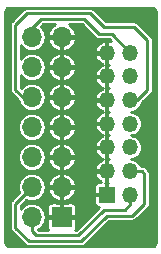
<source format=gbr>
G04 #@! TF.GenerationSoftware,KiCad,Pcbnew,(5.1.2)-2*
G04 #@! TF.CreationDate,2019-09-11T21:46:37-05:00*
G04 #@! TF.ProjectId,zturn_breakout,7a747572-6e5f-4627-9265-616b6f75742e,rev?*
G04 #@! TF.SameCoordinates,Original*
G04 #@! TF.FileFunction,Copper,L1,Top*
G04 #@! TF.FilePolarity,Positive*
%FSLAX46Y46*%
G04 Gerber Fmt 4.6, Leading zero omitted, Abs format (unit mm)*
G04 Created by KiCad (PCBNEW (5.1.2)-2) date 2019-09-11 21:46:37*
%MOMM*%
%LPD*%
G04 APERTURE LIST*
%ADD10O,1.350000X1.350000*%
%ADD11R,1.350000X1.350000*%
%ADD12O,1.700000X1.700000*%
%ADD13R,1.700000X1.700000*%
%ADD14C,0.250000*%
%ADD15C,0.254000*%
G04 APERTURE END LIST*
D10*
X154146000Y-93029000D03*
X152146000Y-93029000D03*
X154146000Y-95029000D03*
X152146000Y-95029000D03*
X154146000Y-97029000D03*
X152146000Y-97029000D03*
X154146000Y-99029000D03*
X152146000Y-99029000D03*
X154146000Y-101029000D03*
X152146000Y-101029000D03*
X154146000Y-103029000D03*
X152146000Y-103029000D03*
X154146000Y-105029000D03*
D11*
X152146000Y-105029000D03*
D12*
X145796000Y-91694000D03*
X148336000Y-91694000D03*
X145796000Y-94234000D03*
X148336000Y-94234000D03*
X145796000Y-96774000D03*
X148336000Y-96774000D03*
X145796000Y-99314000D03*
X148336000Y-99314000D03*
X145796000Y-101854000D03*
X148336000Y-101854000D03*
X145796000Y-104394000D03*
X148336000Y-104394000D03*
X145796000Y-106934000D03*
D13*
X148336000Y-106934000D03*
D14*
X145796000Y-91694000D02*
X145796000Y-90932000D01*
X145796000Y-90932000D02*
X146558000Y-90170000D01*
X146558000Y-90170000D02*
X150241000Y-90170000D01*
X150241000Y-90170000D02*
X151511000Y-91440000D01*
X152557000Y-91440000D02*
X154146000Y-93029000D01*
X151511000Y-91440000D02*
X152557000Y-91440000D01*
X154685000Y-97029000D02*
X154146000Y-97029000D01*
X155575000Y-96139000D02*
X154685000Y-97029000D01*
X155575000Y-91948000D02*
X155575000Y-96139000D01*
X154432000Y-90805000D02*
X155575000Y-91948000D01*
X151892000Y-90805000D02*
X154432000Y-90805000D01*
X145034000Y-96774000D02*
X144399000Y-96139000D01*
X144399000Y-96139000D02*
X144399000Y-90678000D01*
X144399000Y-90678000D02*
X145415000Y-89662000D01*
X145796000Y-96774000D02*
X145034000Y-96774000D01*
X145415000Y-89662000D02*
X150749000Y-89662000D01*
X150749000Y-89662000D02*
X151892000Y-90805000D01*
X154146000Y-101029000D02*
X154496000Y-101029000D01*
X144399000Y-107823000D02*
X144399000Y-105791000D01*
X145542000Y-108966000D02*
X144399000Y-107823000D01*
X154146000Y-103029000D02*
X155099000Y-103029000D01*
X155321000Y-103251000D02*
X155321000Y-105791000D01*
X149987000Y-108966000D02*
X145542000Y-108966000D01*
X155321000Y-105791000D02*
X154305000Y-106807000D01*
X155099000Y-103029000D02*
X155321000Y-103251000D01*
X154305000Y-106807000D02*
X152146000Y-106807000D01*
X144399000Y-105791000D02*
X145796000Y-104394000D01*
X152146000Y-106807000D02*
X149987000Y-108966000D01*
X154146000Y-105823000D02*
X154146000Y-105029000D01*
X145796000Y-106934000D02*
X145796000Y-108077000D01*
X146177000Y-108458000D02*
X149733000Y-108458000D01*
X149733000Y-108458000D02*
X151892000Y-106299000D01*
X151892000Y-106299000D02*
X153670000Y-106299000D01*
X145796000Y-108077000D02*
X146177000Y-108458000D01*
X153670000Y-106299000D02*
X154146000Y-105823000D01*
D15*
G36*
X156019928Y-89212127D02*
G01*
X156081425Y-89230694D01*
X156138146Y-89260854D01*
X156187923Y-89301451D01*
X156228870Y-89350947D01*
X156259422Y-89407452D01*
X156278418Y-89468820D01*
X156286600Y-89546661D01*
X156286601Y-109078106D01*
X156278873Y-109156930D01*
X156260305Y-109218427D01*
X156230148Y-109275144D01*
X156189550Y-109324922D01*
X156140053Y-109365869D01*
X156083548Y-109396422D01*
X156022180Y-109415418D01*
X155944339Y-109423600D01*
X143905884Y-109423600D01*
X143827070Y-109415873D01*
X143765573Y-109397305D01*
X143708856Y-109367148D01*
X143659078Y-109326550D01*
X143618131Y-109277053D01*
X143587578Y-109220548D01*
X143568582Y-109159180D01*
X143560400Y-109081339D01*
X143560400Y-101854000D01*
X144613306Y-101854000D01*
X144636031Y-102084732D01*
X144703333Y-102306597D01*
X144812626Y-102511070D01*
X144959709Y-102690291D01*
X145138930Y-102837374D01*
X145343403Y-102946667D01*
X145565268Y-103013969D01*
X145738188Y-103031000D01*
X145853812Y-103031000D01*
X146026732Y-103013969D01*
X146248597Y-102946667D01*
X146453070Y-102837374D01*
X146632291Y-102690291D01*
X146779374Y-102511070D01*
X146888667Y-102306597D01*
X146948597Y-102109033D01*
X147131708Y-102109033D01*
X147192976Y-102311018D01*
X147304099Y-102525229D01*
X147454877Y-102713645D01*
X147639516Y-102869026D01*
X147850921Y-102985400D01*
X148080967Y-103058295D01*
X148272500Y-102988114D01*
X148272500Y-101917500D01*
X148399500Y-101917500D01*
X148399500Y-102988114D01*
X148591033Y-103058295D01*
X148821079Y-102985400D01*
X149032484Y-102869026D01*
X149217123Y-102713645D01*
X149367901Y-102525229D01*
X149479024Y-102311018D01*
X149540292Y-102109033D01*
X149469973Y-101917500D01*
X148399500Y-101917500D01*
X148272500Y-101917500D01*
X147202027Y-101917500D01*
X147131708Y-102109033D01*
X146948597Y-102109033D01*
X146955969Y-102084732D01*
X146978694Y-101854000D01*
X146955969Y-101623268D01*
X146948598Y-101598967D01*
X147131708Y-101598967D01*
X147202027Y-101790500D01*
X148272500Y-101790500D01*
X148272500Y-100719886D01*
X148399500Y-100719886D01*
X148399500Y-101790500D01*
X149469973Y-101790500D01*
X149540292Y-101598967D01*
X149479024Y-101396982D01*
X149406208Y-101256614D01*
X151114822Y-101256614D01*
X151162147Y-101412638D01*
X151255896Y-101597207D01*
X151383851Y-101759940D01*
X151541095Y-101894583D01*
X151721585Y-101995962D01*
X151822830Y-102029000D01*
X151721585Y-102062038D01*
X151541095Y-102163417D01*
X151383851Y-102298060D01*
X151255896Y-102460793D01*
X151162147Y-102645362D01*
X151114822Y-102801386D01*
X151187351Y-102965500D01*
X152082500Y-102965500D01*
X152082500Y-102070158D01*
X151989125Y-102029000D01*
X152082500Y-101987842D01*
X152082500Y-101092500D01*
X151187351Y-101092500D01*
X151114822Y-101256614D01*
X149406208Y-101256614D01*
X149367901Y-101182771D01*
X149217123Y-100994355D01*
X149032484Y-100838974D01*
X148821079Y-100722600D01*
X148591033Y-100649705D01*
X148399500Y-100719886D01*
X148272500Y-100719886D01*
X148080967Y-100649705D01*
X147850921Y-100722600D01*
X147639516Y-100838974D01*
X147454877Y-100994355D01*
X147304099Y-101182771D01*
X147192976Y-101396982D01*
X147131708Y-101598967D01*
X146948598Y-101598967D01*
X146888667Y-101401403D01*
X146779374Y-101196930D01*
X146632291Y-101017709D01*
X146453070Y-100870626D01*
X146248597Y-100761333D01*
X146026732Y-100694031D01*
X145853812Y-100677000D01*
X145738188Y-100677000D01*
X145565268Y-100694031D01*
X145343403Y-100761333D01*
X145138930Y-100870626D01*
X144959709Y-101017709D01*
X144812626Y-101196930D01*
X144703333Y-101401403D01*
X144636031Y-101623268D01*
X144613306Y-101854000D01*
X143560400Y-101854000D01*
X143560400Y-99314000D01*
X144613306Y-99314000D01*
X144636031Y-99544732D01*
X144703333Y-99766597D01*
X144812626Y-99971070D01*
X144959709Y-100150291D01*
X145138930Y-100297374D01*
X145343403Y-100406667D01*
X145565268Y-100473969D01*
X145738188Y-100491000D01*
X145853812Y-100491000D01*
X146026732Y-100473969D01*
X146248597Y-100406667D01*
X146453070Y-100297374D01*
X146632291Y-100150291D01*
X146779374Y-99971070D01*
X146888667Y-99766597D01*
X146948597Y-99569033D01*
X147131708Y-99569033D01*
X147192976Y-99771018D01*
X147304099Y-99985229D01*
X147454877Y-100173645D01*
X147639516Y-100329026D01*
X147850921Y-100445400D01*
X148080967Y-100518295D01*
X148272500Y-100448114D01*
X148272500Y-99377500D01*
X148399500Y-99377500D01*
X148399500Y-100448114D01*
X148591033Y-100518295D01*
X148821079Y-100445400D01*
X149032484Y-100329026D01*
X149217123Y-100173645D01*
X149367901Y-99985229D01*
X149479024Y-99771018D01*
X149540292Y-99569033D01*
X149469973Y-99377500D01*
X148399500Y-99377500D01*
X148272500Y-99377500D01*
X147202027Y-99377500D01*
X147131708Y-99569033D01*
X146948597Y-99569033D01*
X146955969Y-99544732D01*
X146978694Y-99314000D01*
X146973043Y-99256614D01*
X151114822Y-99256614D01*
X151162147Y-99412638D01*
X151255896Y-99597207D01*
X151383851Y-99759940D01*
X151541095Y-99894583D01*
X151721585Y-99995962D01*
X151822830Y-100029000D01*
X151721585Y-100062038D01*
X151541095Y-100163417D01*
X151383851Y-100298060D01*
X151255896Y-100460793D01*
X151162147Y-100645362D01*
X151114822Y-100801386D01*
X151187351Y-100965500D01*
X152082500Y-100965500D01*
X152082500Y-100070158D01*
X151989125Y-100029000D01*
X152082500Y-99987842D01*
X152082500Y-99092500D01*
X151187351Y-99092500D01*
X151114822Y-99256614D01*
X146973043Y-99256614D01*
X146955969Y-99083268D01*
X146948598Y-99058967D01*
X147131708Y-99058967D01*
X147202027Y-99250500D01*
X148272500Y-99250500D01*
X148272500Y-98179886D01*
X148399500Y-98179886D01*
X148399500Y-99250500D01*
X149469973Y-99250500D01*
X149540292Y-99058967D01*
X149479024Y-98856982D01*
X149367901Y-98642771D01*
X149217123Y-98454355D01*
X149032484Y-98298974D01*
X148821079Y-98182600D01*
X148591033Y-98109705D01*
X148399500Y-98179886D01*
X148272500Y-98179886D01*
X148080967Y-98109705D01*
X147850921Y-98182600D01*
X147639516Y-98298974D01*
X147454877Y-98454355D01*
X147304099Y-98642771D01*
X147192976Y-98856982D01*
X147131708Y-99058967D01*
X146948598Y-99058967D01*
X146888667Y-98861403D01*
X146779374Y-98656930D01*
X146632291Y-98477709D01*
X146453070Y-98330626D01*
X146248597Y-98221333D01*
X146026732Y-98154031D01*
X145853812Y-98137000D01*
X145738188Y-98137000D01*
X145565268Y-98154031D01*
X145343403Y-98221333D01*
X145138930Y-98330626D01*
X144959709Y-98477709D01*
X144812626Y-98656930D01*
X144703333Y-98861403D01*
X144636031Y-99083268D01*
X144613306Y-99314000D01*
X143560400Y-99314000D01*
X143560400Y-90678000D01*
X143944813Y-90678000D01*
X143947001Y-90700215D01*
X143947000Y-96116795D01*
X143944813Y-96139000D01*
X143953540Y-96227607D01*
X143974912Y-96298060D01*
X143979386Y-96312809D01*
X144021357Y-96391332D01*
X144077841Y-96460159D01*
X144095100Y-96474323D01*
X144640613Y-97019837D01*
X144703333Y-97226597D01*
X144812626Y-97431070D01*
X144959709Y-97610291D01*
X145138930Y-97757374D01*
X145343403Y-97866667D01*
X145565268Y-97933969D01*
X145738188Y-97951000D01*
X145853812Y-97951000D01*
X146026732Y-97933969D01*
X146248597Y-97866667D01*
X146453070Y-97757374D01*
X146632291Y-97610291D01*
X146779374Y-97431070D01*
X146888667Y-97226597D01*
X146948597Y-97029033D01*
X147131708Y-97029033D01*
X147192976Y-97231018D01*
X147304099Y-97445229D01*
X147454877Y-97633645D01*
X147639516Y-97789026D01*
X147850921Y-97905400D01*
X148080967Y-97978295D01*
X148272500Y-97908114D01*
X148272500Y-96837500D01*
X148399500Y-96837500D01*
X148399500Y-97908114D01*
X148591033Y-97978295D01*
X148821079Y-97905400D01*
X149032484Y-97789026D01*
X149217123Y-97633645D01*
X149367901Y-97445229D01*
X149465745Y-97256614D01*
X151114822Y-97256614D01*
X151162147Y-97412638D01*
X151255896Y-97597207D01*
X151383851Y-97759940D01*
X151541095Y-97894583D01*
X151721585Y-97995962D01*
X151822830Y-98029000D01*
X151721585Y-98062038D01*
X151541095Y-98163417D01*
X151383851Y-98298060D01*
X151255896Y-98460793D01*
X151162147Y-98645362D01*
X151114822Y-98801386D01*
X151187351Y-98965500D01*
X152082500Y-98965500D01*
X152082500Y-98070158D01*
X151989125Y-98029000D01*
X152082500Y-97987842D01*
X152082500Y-97092500D01*
X151187351Y-97092500D01*
X151114822Y-97256614D01*
X149465745Y-97256614D01*
X149479024Y-97231018D01*
X149540292Y-97029033D01*
X149469973Y-96837500D01*
X148399500Y-96837500D01*
X148272500Y-96837500D01*
X147202027Y-96837500D01*
X147131708Y-97029033D01*
X146948597Y-97029033D01*
X146955969Y-97004732D01*
X146978694Y-96774000D01*
X146955969Y-96543268D01*
X146948598Y-96518967D01*
X147131708Y-96518967D01*
X147202027Y-96710500D01*
X148272500Y-96710500D01*
X148272500Y-95639886D01*
X148399500Y-95639886D01*
X148399500Y-96710500D01*
X149469973Y-96710500D01*
X149540292Y-96518967D01*
X149479024Y-96316982D01*
X149367901Y-96102771D01*
X149217123Y-95914355D01*
X149032484Y-95758974D01*
X148821079Y-95642600D01*
X148591033Y-95569705D01*
X148399500Y-95639886D01*
X148272500Y-95639886D01*
X148080967Y-95569705D01*
X147850921Y-95642600D01*
X147639516Y-95758974D01*
X147454877Y-95914355D01*
X147304099Y-96102771D01*
X147192976Y-96316982D01*
X147131708Y-96518967D01*
X146948598Y-96518967D01*
X146888667Y-96321403D01*
X146779374Y-96116930D01*
X146632291Y-95937709D01*
X146453070Y-95790626D01*
X146248597Y-95681333D01*
X146026732Y-95614031D01*
X145853812Y-95597000D01*
X145738188Y-95597000D01*
X145565268Y-95614031D01*
X145343403Y-95681333D01*
X145138930Y-95790626D01*
X144959709Y-95937709D01*
X144904367Y-96005144D01*
X144851000Y-95951777D01*
X144851000Y-94937829D01*
X144959709Y-95070291D01*
X145138930Y-95217374D01*
X145343403Y-95326667D01*
X145565268Y-95393969D01*
X145738188Y-95411000D01*
X145853812Y-95411000D01*
X146026732Y-95393969D01*
X146248597Y-95326667D01*
X146453070Y-95217374D01*
X146632291Y-95070291D01*
X146779374Y-94891070D01*
X146888667Y-94686597D01*
X146948597Y-94489033D01*
X147131708Y-94489033D01*
X147192976Y-94691018D01*
X147304099Y-94905229D01*
X147454877Y-95093645D01*
X147639516Y-95249026D01*
X147850921Y-95365400D01*
X148080967Y-95438295D01*
X148272500Y-95368114D01*
X148272500Y-94297500D01*
X148399500Y-94297500D01*
X148399500Y-95368114D01*
X148591033Y-95438295D01*
X148821079Y-95365400D01*
X149018699Y-95256614D01*
X151114822Y-95256614D01*
X151162147Y-95412638D01*
X151255896Y-95597207D01*
X151383851Y-95759940D01*
X151541095Y-95894583D01*
X151721585Y-95995962D01*
X151822830Y-96029000D01*
X151721585Y-96062038D01*
X151541095Y-96163417D01*
X151383851Y-96298060D01*
X151255896Y-96460793D01*
X151162147Y-96645362D01*
X151114822Y-96801386D01*
X151187351Y-96965500D01*
X152082500Y-96965500D01*
X152082500Y-96070158D01*
X151989125Y-96029000D01*
X152082500Y-95987842D01*
X152082500Y-95092500D01*
X151187351Y-95092500D01*
X151114822Y-95256614D01*
X149018699Y-95256614D01*
X149032484Y-95249026D01*
X149217123Y-95093645D01*
X149367901Y-94905229D01*
X149479024Y-94691018D01*
X149540292Y-94489033D01*
X149469973Y-94297500D01*
X148399500Y-94297500D01*
X148272500Y-94297500D01*
X147202027Y-94297500D01*
X147131708Y-94489033D01*
X146948597Y-94489033D01*
X146955969Y-94464732D01*
X146978694Y-94234000D01*
X146955969Y-94003268D01*
X146948598Y-93978967D01*
X147131708Y-93978967D01*
X147202027Y-94170500D01*
X148272500Y-94170500D01*
X148272500Y-93099886D01*
X148399500Y-93099886D01*
X148399500Y-94170500D01*
X149469973Y-94170500D01*
X149540292Y-93978967D01*
X149479024Y-93776982D01*
X149367901Y-93562771D01*
X149217123Y-93374355D01*
X149077212Y-93256614D01*
X151114822Y-93256614D01*
X151162147Y-93412638D01*
X151255896Y-93597207D01*
X151383851Y-93759940D01*
X151541095Y-93894583D01*
X151721585Y-93995962D01*
X151822830Y-94029000D01*
X151721585Y-94062038D01*
X151541095Y-94163417D01*
X151383851Y-94298060D01*
X151255896Y-94460793D01*
X151162147Y-94645362D01*
X151114822Y-94801386D01*
X151187351Y-94965500D01*
X152082500Y-94965500D01*
X152082500Y-94070158D01*
X151989125Y-94029000D01*
X152082500Y-93987842D01*
X152082500Y-93092500D01*
X151187351Y-93092500D01*
X151114822Y-93256614D01*
X149077212Y-93256614D01*
X149032484Y-93218974D01*
X148821079Y-93102600D01*
X148591033Y-93029705D01*
X148399500Y-93099886D01*
X148272500Y-93099886D01*
X148080967Y-93029705D01*
X147850921Y-93102600D01*
X147639516Y-93218974D01*
X147454877Y-93374355D01*
X147304099Y-93562771D01*
X147192976Y-93776982D01*
X147131708Y-93978967D01*
X146948598Y-93978967D01*
X146888667Y-93781403D01*
X146779374Y-93576930D01*
X146632291Y-93397709D01*
X146453070Y-93250626D01*
X146248597Y-93141333D01*
X146026732Y-93074031D01*
X145853812Y-93057000D01*
X145738188Y-93057000D01*
X145565268Y-93074031D01*
X145343403Y-93141333D01*
X145138930Y-93250626D01*
X144959709Y-93397709D01*
X144851000Y-93530171D01*
X144851000Y-92397829D01*
X144959709Y-92530291D01*
X145138930Y-92677374D01*
X145343403Y-92786667D01*
X145565268Y-92853969D01*
X145738188Y-92871000D01*
X145853812Y-92871000D01*
X146026732Y-92853969D01*
X146248597Y-92786667D01*
X146453070Y-92677374D01*
X146632291Y-92530291D01*
X146779374Y-92351070D01*
X146888667Y-92146597D01*
X146948597Y-91949033D01*
X147131708Y-91949033D01*
X147192976Y-92151018D01*
X147304099Y-92365229D01*
X147454877Y-92553645D01*
X147639516Y-92709026D01*
X147850921Y-92825400D01*
X148080967Y-92898295D01*
X148272500Y-92828114D01*
X148272500Y-91757500D01*
X148399500Y-91757500D01*
X148399500Y-92828114D01*
X148591033Y-92898295D01*
X148821079Y-92825400D01*
X148864702Y-92801386D01*
X151114822Y-92801386D01*
X151187351Y-92965500D01*
X152082500Y-92965500D01*
X152082500Y-92070158D01*
X151918385Y-91997819D01*
X151721585Y-92062038D01*
X151541095Y-92163417D01*
X151383851Y-92298060D01*
X151255896Y-92460793D01*
X151162147Y-92645362D01*
X151114822Y-92801386D01*
X148864702Y-92801386D01*
X149032484Y-92709026D01*
X149217123Y-92553645D01*
X149367901Y-92365229D01*
X149479024Y-92151018D01*
X149540292Y-91949033D01*
X149469973Y-91757500D01*
X148399500Y-91757500D01*
X148272500Y-91757500D01*
X147202027Y-91757500D01*
X147131708Y-91949033D01*
X146948597Y-91949033D01*
X146955969Y-91924732D01*
X146978694Y-91694000D01*
X146955969Y-91463268D01*
X146888667Y-91241403D01*
X146779374Y-91036930D01*
X146632291Y-90857709D01*
X146564857Y-90802367D01*
X146745224Y-90622000D01*
X147743015Y-90622000D01*
X147639516Y-90678974D01*
X147454877Y-90834355D01*
X147304099Y-91022771D01*
X147192976Y-91236982D01*
X147131708Y-91438967D01*
X147202027Y-91630500D01*
X148272500Y-91630500D01*
X148272500Y-91610500D01*
X148399500Y-91610500D01*
X148399500Y-91630500D01*
X149469973Y-91630500D01*
X149540292Y-91438967D01*
X149479024Y-91236982D01*
X149367901Y-91022771D01*
X149217123Y-90834355D01*
X149032484Y-90678974D01*
X148928985Y-90622000D01*
X150053777Y-90622000D01*
X151175685Y-91743910D01*
X151189841Y-91761159D01*
X151258667Y-91817643D01*
X151337190Y-91859614D01*
X151402562Y-91879444D01*
X151422392Y-91885460D01*
X151510999Y-91894187D01*
X151533204Y-91892000D01*
X152369777Y-91892000D01*
X152524993Y-92047216D01*
X152373615Y-91997819D01*
X152209500Y-92070158D01*
X152209500Y-92965500D01*
X152229500Y-92965500D01*
X152229500Y-93092500D01*
X152209500Y-93092500D01*
X152209500Y-93987842D01*
X152302875Y-94029000D01*
X152209500Y-94070158D01*
X152209500Y-94965500D01*
X152229500Y-94965500D01*
X152229500Y-95092500D01*
X152209500Y-95092500D01*
X152209500Y-95987842D01*
X152302875Y-96029000D01*
X152209500Y-96070158D01*
X152209500Y-96965500D01*
X152229500Y-96965500D01*
X152229500Y-97092500D01*
X152209500Y-97092500D01*
X152209500Y-97987842D01*
X152302875Y-98029000D01*
X152209500Y-98070158D01*
X152209500Y-98965500D01*
X152229500Y-98965500D01*
X152229500Y-99092500D01*
X152209500Y-99092500D01*
X152209500Y-99987842D01*
X152302875Y-100029000D01*
X152209500Y-100070158D01*
X152209500Y-100965500D01*
X152229500Y-100965500D01*
X152229500Y-101092500D01*
X152209500Y-101092500D01*
X152209500Y-101987842D01*
X152302875Y-102029000D01*
X152209500Y-102070158D01*
X152209500Y-102965500D01*
X152229500Y-102965500D01*
X152229500Y-103092500D01*
X152209500Y-103092500D01*
X152209500Y-103987842D01*
X152265309Y-104012441D01*
X152209500Y-104068250D01*
X152209500Y-104965500D01*
X152229500Y-104965500D01*
X152229500Y-105092500D01*
X152209500Y-105092500D01*
X152209500Y-105112500D01*
X152082500Y-105112500D01*
X152082500Y-105092500D01*
X151185250Y-105092500D01*
X151090000Y-105187750D01*
X151088157Y-105704000D01*
X151095513Y-105778689D01*
X151117299Y-105850508D01*
X151152678Y-105916696D01*
X151200289Y-105974711D01*
X151258304Y-106022322D01*
X151324492Y-106057701D01*
X151396311Y-106079487D01*
X151465476Y-106086299D01*
X149545777Y-108006000D01*
X149496687Y-108006000D01*
X149504322Y-107996696D01*
X149539701Y-107930508D01*
X149561487Y-107858689D01*
X149568843Y-107784000D01*
X149567000Y-107092750D01*
X149471750Y-106997500D01*
X148399500Y-106997500D01*
X148399500Y-107017500D01*
X148272500Y-107017500D01*
X148272500Y-106997500D01*
X147200250Y-106997500D01*
X147105000Y-107092750D01*
X147103157Y-107784000D01*
X147110513Y-107858689D01*
X147132299Y-107930508D01*
X147167678Y-107996696D01*
X147175313Y-108006000D01*
X146364224Y-108006000D01*
X146337416Y-107979192D01*
X146453070Y-107917374D01*
X146632291Y-107770291D01*
X146779374Y-107591070D01*
X146888667Y-107386597D01*
X146955969Y-107164732D01*
X146978694Y-106934000D01*
X146955969Y-106703268D01*
X146888667Y-106481403D01*
X146779374Y-106276930D01*
X146632291Y-106097709D01*
X146615587Y-106084000D01*
X147103157Y-106084000D01*
X147105000Y-106775250D01*
X147200250Y-106870500D01*
X148272500Y-106870500D01*
X148272500Y-105798250D01*
X148399500Y-105798250D01*
X148399500Y-106870500D01*
X149471750Y-106870500D01*
X149567000Y-106775250D01*
X149568843Y-106084000D01*
X149561487Y-106009311D01*
X149539701Y-105937492D01*
X149504322Y-105871304D01*
X149456711Y-105813289D01*
X149398696Y-105765678D01*
X149332508Y-105730299D01*
X149260689Y-105708513D01*
X149186000Y-105701157D01*
X148494750Y-105703000D01*
X148399500Y-105798250D01*
X148272500Y-105798250D01*
X148177250Y-105703000D01*
X147486000Y-105701157D01*
X147411311Y-105708513D01*
X147339492Y-105730299D01*
X147273304Y-105765678D01*
X147215289Y-105813289D01*
X147167678Y-105871304D01*
X147132299Y-105937492D01*
X147110513Y-106009311D01*
X147103157Y-106084000D01*
X146615587Y-106084000D01*
X146453070Y-105950626D01*
X146248597Y-105841333D01*
X146026732Y-105774031D01*
X145853812Y-105757000D01*
X145738188Y-105757000D01*
X145565268Y-105774031D01*
X145343403Y-105841333D01*
X145138930Y-105950626D01*
X144959709Y-106097709D01*
X144851000Y-106230171D01*
X144851000Y-105978223D01*
X145342852Y-105486372D01*
X145343403Y-105486667D01*
X145565268Y-105553969D01*
X145738188Y-105571000D01*
X145853812Y-105571000D01*
X146026732Y-105553969D01*
X146248597Y-105486667D01*
X146453070Y-105377374D01*
X146632291Y-105230291D01*
X146779374Y-105051070D01*
X146888667Y-104846597D01*
X146948597Y-104649033D01*
X147131708Y-104649033D01*
X147192976Y-104851018D01*
X147304099Y-105065229D01*
X147454877Y-105253645D01*
X147639516Y-105409026D01*
X147850921Y-105525400D01*
X148080967Y-105598295D01*
X148272500Y-105528114D01*
X148272500Y-104457500D01*
X148399500Y-104457500D01*
X148399500Y-105528114D01*
X148591033Y-105598295D01*
X148821079Y-105525400D01*
X149032484Y-105409026D01*
X149217123Y-105253645D01*
X149367901Y-105065229D01*
X149479024Y-104851018D01*
X149540292Y-104649033D01*
X149469973Y-104457500D01*
X148399500Y-104457500D01*
X148272500Y-104457500D01*
X147202027Y-104457500D01*
X147131708Y-104649033D01*
X146948597Y-104649033D01*
X146955969Y-104624732D01*
X146978694Y-104394000D01*
X146974755Y-104354000D01*
X151088157Y-104354000D01*
X151090000Y-104870250D01*
X151185250Y-104965500D01*
X152082500Y-104965500D01*
X152082500Y-104068250D01*
X152026691Y-104012441D01*
X152082500Y-103987842D01*
X152082500Y-103092500D01*
X151187351Y-103092500D01*
X151114822Y-103256614D01*
X151162147Y-103412638D01*
X151255896Y-103597207D01*
X151383851Y-103759940D01*
X151541095Y-103894583D01*
X151678744Y-103971899D01*
X151471000Y-103971157D01*
X151396311Y-103978513D01*
X151324492Y-104000299D01*
X151258304Y-104035678D01*
X151200289Y-104083289D01*
X151152678Y-104141304D01*
X151117299Y-104207492D01*
X151095513Y-104279311D01*
X151088157Y-104354000D01*
X146974755Y-104354000D01*
X146955969Y-104163268D01*
X146948598Y-104138967D01*
X147131708Y-104138967D01*
X147202027Y-104330500D01*
X148272500Y-104330500D01*
X148272500Y-103259886D01*
X148399500Y-103259886D01*
X148399500Y-104330500D01*
X149469973Y-104330500D01*
X149540292Y-104138967D01*
X149479024Y-103936982D01*
X149367901Y-103722771D01*
X149217123Y-103534355D01*
X149032484Y-103378974D01*
X148821079Y-103262600D01*
X148591033Y-103189705D01*
X148399500Y-103259886D01*
X148272500Y-103259886D01*
X148080967Y-103189705D01*
X147850921Y-103262600D01*
X147639516Y-103378974D01*
X147454877Y-103534355D01*
X147304099Y-103722771D01*
X147192976Y-103936982D01*
X147131708Y-104138967D01*
X146948598Y-104138967D01*
X146888667Y-103941403D01*
X146779374Y-103736930D01*
X146632291Y-103557709D01*
X146453070Y-103410626D01*
X146248597Y-103301333D01*
X146026732Y-103234031D01*
X145853812Y-103217000D01*
X145738188Y-103217000D01*
X145565268Y-103234031D01*
X145343403Y-103301333D01*
X145138930Y-103410626D01*
X144959709Y-103557709D01*
X144812626Y-103736930D01*
X144703333Y-103941403D01*
X144636031Y-104163268D01*
X144613306Y-104394000D01*
X144636031Y-104624732D01*
X144703333Y-104846597D01*
X144703628Y-104847148D01*
X144095096Y-105455681D01*
X144077842Y-105469841D01*
X144032246Y-105525400D01*
X144021358Y-105538667D01*
X143979386Y-105617191D01*
X143953540Y-105702393D01*
X143944813Y-105791000D01*
X143947001Y-105813215D01*
X143947000Y-107800795D01*
X143944813Y-107823000D01*
X143953540Y-107911607D01*
X143959274Y-107930508D01*
X143979386Y-107996809D01*
X144021357Y-108075332D01*
X144077841Y-108144159D01*
X144095100Y-108158323D01*
X145206685Y-109269910D01*
X145220841Y-109287159D01*
X145289667Y-109343643D01*
X145356342Y-109379281D01*
X145368190Y-109385614D01*
X145453392Y-109411460D01*
X145541999Y-109420187D01*
X145564204Y-109418000D01*
X149964795Y-109418000D01*
X149987000Y-109420187D01*
X150009205Y-109418000D01*
X150075607Y-109411460D01*
X150160810Y-109385614D01*
X150239333Y-109343643D01*
X150308159Y-109287159D01*
X150322323Y-109269900D01*
X152333225Y-107259000D01*
X154282795Y-107259000D01*
X154305000Y-107261187D01*
X154327205Y-107259000D01*
X154393607Y-107252460D01*
X154478810Y-107226614D01*
X154557333Y-107184643D01*
X154626159Y-107128159D01*
X154640323Y-107110900D01*
X155624905Y-106126319D01*
X155642159Y-106112159D01*
X155698643Y-106043333D01*
X155740614Y-105964810D01*
X155766460Y-105879607D01*
X155769672Y-105847000D01*
X155775187Y-105791000D01*
X155773000Y-105768795D01*
X155773000Y-103273204D01*
X155775187Y-103250999D01*
X155766460Y-103162392D01*
X155752874Y-103117607D01*
X155740614Y-103077190D01*
X155698643Y-102998667D01*
X155642159Y-102929841D01*
X155624906Y-102915682D01*
X155434323Y-102725100D01*
X155420159Y-102707841D01*
X155351333Y-102651357D01*
X155272810Y-102609386D01*
X155187607Y-102583540D01*
X155121205Y-102577000D01*
X155099000Y-102574813D01*
X155076795Y-102577000D01*
X155040557Y-102577000D01*
X154983164Y-102469625D01*
X154857949Y-102317051D01*
X154705375Y-102191836D01*
X154531304Y-102098794D01*
X154342426Y-102041498D01*
X154215530Y-102029000D01*
X154342426Y-102016502D01*
X154531304Y-101959206D01*
X154705375Y-101866164D01*
X154857949Y-101740949D01*
X154983164Y-101588375D01*
X155076206Y-101414304D01*
X155133502Y-101225426D01*
X155152848Y-101029000D01*
X155133502Y-100832574D01*
X155076206Y-100643696D01*
X154983164Y-100469625D01*
X154857949Y-100317051D01*
X154705375Y-100191836D01*
X154531304Y-100098794D01*
X154342426Y-100041498D01*
X154215530Y-100029000D01*
X154342426Y-100016502D01*
X154531304Y-99959206D01*
X154705375Y-99866164D01*
X154857949Y-99740949D01*
X154983164Y-99588375D01*
X155076206Y-99414304D01*
X155133502Y-99225426D01*
X155152848Y-99029000D01*
X155133502Y-98832574D01*
X155076206Y-98643696D01*
X154983164Y-98469625D01*
X154857949Y-98317051D01*
X154705375Y-98191836D01*
X154531304Y-98098794D01*
X154342426Y-98041498D01*
X154215530Y-98029000D01*
X154342426Y-98016502D01*
X154531304Y-97959206D01*
X154705375Y-97866164D01*
X154857949Y-97740949D01*
X154983164Y-97588375D01*
X155076206Y-97414304D01*
X155133502Y-97225426D01*
X155134125Y-97219098D01*
X155878910Y-96474315D01*
X155896159Y-96460159D01*
X155952643Y-96391333D01*
X155994614Y-96312810D01*
X156020460Y-96227607D01*
X156027000Y-96161205D01*
X156027000Y-96161204D01*
X156029187Y-96139001D01*
X156027000Y-96116796D01*
X156027000Y-91970204D01*
X156029187Y-91947999D01*
X156020460Y-91859392D01*
X155994614Y-91774190D01*
X155978429Y-91743910D01*
X155952643Y-91695667D01*
X155896159Y-91626841D01*
X155878912Y-91612687D01*
X154767323Y-90501100D01*
X154753159Y-90483841D01*
X154684333Y-90427357D01*
X154605810Y-90385386D01*
X154520607Y-90359540D01*
X154432000Y-90350813D01*
X154409795Y-90353000D01*
X152079225Y-90353000D01*
X151084323Y-89358100D01*
X151070159Y-89340841D01*
X151001333Y-89284357D01*
X150922810Y-89242386D01*
X150837607Y-89216540D01*
X150771205Y-89210000D01*
X150749000Y-89207813D01*
X150726795Y-89210000D01*
X145437205Y-89210000D01*
X145415000Y-89207813D01*
X145326392Y-89216540D01*
X145280488Y-89230465D01*
X145241190Y-89242386D01*
X145162667Y-89284357D01*
X145093841Y-89340841D01*
X145079681Y-89358095D01*
X144095096Y-90342681D01*
X144077842Y-90356841D01*
X144054416Y-90385386D01*
X144021358Y-90425667D01*
X143979386Y-90504191D01*
X143953540Y-90589393D01*
X143944813Y-90678000D01*
X143560400Y-90678000D01*
X143560400Y-89549884D01*
X143568127Y-89471072D01*
X143586694Y-89409575D01*
X143616854Y-89352854D01*
X143657451Y-89303077D01*
X143706947Y-89262130D01*
X143763452Y-89231578D01*
X143824820Y-89212582D01*
X143902661Y-89204400D01*
X155941116Y-89204400D01*
X156019928Y-89212127D01*
X156019928Y-89212127D01*
G37*
X156019928Y-89212127D02*
X156081425Y-89230694D01*
X156138146Y-89260854D01*
X156187923Y-89301451D01*
X156228870Y-89350947D01*
X156259422Y-89407452D01*
X156278418Y-89468820D01*
X156286600Y-89546661D01*
X156286601Y-109078106D01*
X156278873Y-109156930D01*
X156260305Y-109218427D01*
X156230148Y-109275144D01*
X156189550Y-109324922D01*
X156140053Y-109365869D01*
X156083548Y-109396422D01*
X156022180Y-109415418D01*
X155944339Y-109423600D01*
X143905884Y-109423600D01*
X143827070Y-109415873D01*
X143765573Y-109397305D01*
X143708856Y-109367148D01*
X143659078Y-109326550D01*
X143618131Y-109277053D01*
X143587578Y-109220548D01*
X143568582Y-109159180D01*
X143560400Y-109081339D01*
X143560400Y-101854000D01*
X144613306Y-101854000D01*
X144636031Y-102084732D01*
X144703333Y-102306597D01*
X144812626Y-102511070D01*
X144959709Y-102690291D01*
X145138930Y-102837374D01*
X145343403Y-102946667D01*
X145565268Y-103013969D01*
X145738188Y-103031000D01*
X145853812Y-103031000D01*
X146026732Y-103013969D01*
X146248597Y-102946667D01*
X146453070Y-102837374D01*
X146632291Y-102690291D01*
X146779374Y-102511070D01*
X146888667Y-102306597D01*
X146948597Y-102109033D01*
X147131708Y-102109033D01*
X147192976Y-102311018D01*
X147304099Y-102525229D01*
X147454877Y-102713645D01*
X147639516Y-102869026D01*
X147850921Y-102985400D01*
X148080967Y-103058295D01*
X148272500Y-102988114D01*
X148272500Y-101917500D01*
X148399500Y-101917500D01*
X148399500Y-102988114D01*
X148591033Y-103058295D01*
X148821079Y-102985400D01*
X149032484Y-102869026D01*
X149217123Y-102713645D01*
X149367901Y-102525229D01*
X149479024Y-102311018D01*
X149540292Y-102109033D01*
X149469973Y-101917500D01*
X148399500Y-101917500D01*
X148272500Y-101917500D01*
X147202027Y-101917500D01*
X147131708Y-102109033D01*
X146948597Y-102109033D01*
X146955969Y-102084732D01*
X146978694Y-101854000D01*
X146955969Y-101623268D01*
X146948598Y-101598967D01*
X147131708Y-101598967D01*
X147202027Y-101790500D01*
X148272500Y-101790500D01*
X148272500Y-100719886D01*
X148399500Y-100719886D01*
X148399500Y-101790500D01*
X149469973Y-101790500D01*
X149540292Y-101598967D01*
X149479024Y-101396982D01*
X149406208Y-101256614D01*
X151114822Y-101256614D01*
X151162147Y-101412638D01*
X151255896Y-101597207D01*
X151383851Y-101759940D01*
X151541095Y-101894583D01*
X151721585Y-101995962D01*
X151822830Y-102029000D01*
X151721585Y-102062038D01*
X151541095Y-102163417D01*
X151383851Y-102298060D01*
X151255896Y-102460793D01*
X151162147Y-102645362D01*
X151114822Y-102801386D01*
X151187351Y-102965500D01*
X152082500Y-102965500D01*
X152082500Y-102070158D01*
X151989125Y-102029000D01*
X152082500Y-101987842D01*
X152082500Y-101092500D01*
X151187351Y-101092500D01*
X151114822Y-101256614D01*
X149406208Y-101256614D01*
X149367901Y-101182771D01*
X149217123Y-100994355D01*
X149032484Y-100838974D01*
X148821079Y-100722600D01*
X148591033Y-100649705D01*
X148399500Y-100719886D01*
X148272500Y-100719886D01*
X148080967Y-100649705D01*
X147850921Y-100722600D01*
X147639516Y-100838974D01*
X147454877Y-100994355D01*
X147304099Y-101182771D01*
X147192976Y-101396982D01*
X147131708Y-101598967D01*
X146948598Y-101598967D01*
X146888667Y-101401403D01*
X146779374Y-101196930D01*
X146632291Y-101017709D01*
X146453070Y-100870626D01*
X146248597Y-100761333D01*
X146026732Y-100694031D01*
X145853812Y-100677000D01*
X145738188Y-100677000D01*
X145565268Y-100694031D01*
X145343403Y-100761333D01*
X145138930Y-100870626D01*
X144959709Y-101017709D01*
X144812626Y-101196930D01*
X144703333Y-101401403D01*
X144636031Y-101623268D01*
X144613306Y-101854000D01*
X143560400Y-101854000D01*
X143560400Y-99314000D01*
X144613306Y-99314000D01*
X144636031Y-99544732D01*
X144703333Y-99766597D01*
X144812626Y-99971070D01*
X144959709Y-100150291D01*
X145138930Y-100297374D01*
X145343403Y-100406667D01*
X145565268Y-100473969D01*
X145738188Y-100491000D01*
X145853812Y-100491000D01*
X146026732Y-100473969D01*
X146248597Y-100406667D01*
X146453070Y-100297374D01*
X146632291Y-100150291D01*
X146779374Y-99971070D01*
X146888667Y-99766597D01*
X146948597Y-99569033D01*
X147131708Y-99569033D01*
X147192976Y-99771018D01*
X147304099Y-99985229D01*
X147454877Y-100173645D01*
X147639516Y-100329026D01*
X147850921Y-100445400D01*
X148080967Y-100518295D01*
X148272500Y-100448114D01*
X148272500Y-99377500D01*
X148399500Y-99377500D01*
X148399500Y-100448114D01*
X148591033Y-100518295D01*
X148821079Y-100445400D01*
X149032484Y-100329026D01*
X149217123Y-100173645D01*
X149367901Y-99985229D01*
X149479024Y-99771018D01*
X149540292Y-99569033D01*
X149469973Y-99377500D01*
X148399500Y-99377500D01*
X148272500Y-99377500D01*
X147202027Y-99377500D01*
X147131708Y-99569033D01*
X146948597Y-99569033D01*
X146955969Y-99544732D01*
X146978694Y-99314000D01*
X146973043Y-99256614D01*
X151114822Y-99256614D01*
X151162147Y-99412638D01*
X151255896Y-99597207D01*
X151383851Y-99759940D01*
X151541095Y-99894583D01*
X151721585Y-99995962D01*
X151822830Y-100029000D01*
X151721585Y-100062038D01*
X151541095Y-100163417D01*
X151383851Y-100298060D01*
X151255896Y-100460793D01*
X151162147Y-100645362D01*
X151114822Y-100801386D01*
X151187351Y-100965500D01*
X152082500Y-100965500D01*
X152082500Y-100070158D01*
X151989125Y-100029000D01*
X152082500Y-99987842D01*
X152082500Y-99092500D01*
X151187351Y-99092500D01*
X151114822Y-99256614D01*
X146973043Y-99256614D01*
X146955969Y-99083268D01*
X146948598Y-99058967D01*
X147131708Y-99058967D01*
X147202027Y-99250500D01*
X148272500Y-99250500D01*
X148272500Y-98179886D01*
X148399500Y-98179886D01*
X148399500Y-99250500D01*
X149469973Y-99250500D01*
X149540292Y-99058967D01*
X149479024Y-98856982D01*
X149367901Y-98642771D01*
X149217123Y-98454355D01*
X149032484Y-98298974D01*
X148821079Y-98182600D01*
X148591033Y-98109705D01*
X148399500Y-98179886D01*
X148272500Y-98179886D01*
X148080967Y-98109705D01*
X147850921Y-98182600D01*
X147639516Y-98298974D01*
X147454877Y-98454355D01*
X147304099Y-98642771D01*
X147192976Y-98856982D01*
X147131708Y-99058967D01*
X146948598Y-99058967D01*
X146888667Y-98861403D01*
X146779374Y-98656930D01*
X146632291Y-98477709D01*
X146453070Y-98330626D01*
X146248597Y-98221333D01*
X146026732Y-98154031D01*
X145853812Y-98137000D01*
X145738188Y-98137000D01*
X145565268Y-98154031D01*
X145343403Y-98221333D01*
X145138930Y-98330626D01*
X144959709Y-98477709D01*
X144812626Y-98656930D01*
X144703333Y-98861403D01*
X144636031Y-99083268D01*
X144613306Y-99314000D01*
X143560400Y-99314000D01*
X143560400Y-90678000D01*
X143944813Y-90678000D01*
X143947001Y-90700215D01*
X143947000Y-96116795D01*
X143944813Y-96139000D01*
X143953540Y-96227607D01*
X143974912Y-96298060D01*
X143979386Y-96312809D01*
X144021357Y-96391332D01*
X144077841Y-96460159D01*
X144095100Y-96474323D01*
X144640613Y-97019837D01*
X144703333Y-97226597D01*
X144812626Y-97431070D01*
X144959709Y-97610291D01*
X145138930Y-97757374D01*
X145343403Y-97866667D01*
X145565268Y-97933969D01*
X145738188Y-97951000D01*
X145853812Y-97951000D01*
X146026732Y-97933969D01*
X146248597Y-97866667D01*
X146453070Y-97757374D01*
X146632291Y-97610291D01*
X146779374Y-97431070D01*
X146888667Y-97226597D01*
X146948597Y-97029033D01*
X147131708Y-97029033D01*
X147192976Y-97231018D01*
X147304099Y-97445229D01*
X147454877Y-97633645D01*
X147639516Y-97789026D01*
X147850921Y-97905400D01*
X148080967Y-97978295D01*
X148272500Y-97908114D01*
X148272500Y-96837500D01*
X148399500Y-96837500D01*
X148399500Y-97908114D01*
X148591033Y-97978295D01*
X148821079Y-97905400D01*
X149032484Y-97789026D01*
X149217123Y-97633645D01*
X149367901Y-97445229D01*
X149465745Y-97256614D01*
X151114822Y-97256614D01*
X151162147Y-97412638D01*
X151255896Y-97597207D01*
X151383851Y-97759940D01*
X151541095Y-97894583D01*
X151721585Y-97995962D01*
X151822830Y-98029000D01*
X151721585Y-98062038D01*
X151541095Y-98163417D01*
X151383851Y-98298060D01*
X151255896Y-98460793D01*
X151162147Y-98645362D01*
X151114822Y-98801386D01*
X151187351Y-98965500D01*
X152082500Y-98965500D01*
X152082500Y-98070158D01*
X151989125Y-98029000D01*
X152082500Y-97987842D01*
X152082500Y-97092500D01*
X151187351Y-97092500D01*
X151114822Y-97256614D01*
X149465745Y-97256614D01*
X149479024Y-97231018D01*
X149540292Y-97029033D01*
X149469973Y-96837500D01*
X148399500Y-96837500D01*
X148272500Y-96837500D01*
X147202027Y-96837500D01*
X147131708Y-97029033D01*
X146948597Y-97029033D01*
X146955969Y-97004732D01*
X146978694Y-96774000D01*
X146955969Y-96543268D01*
X146948598Y-96518967D01*
X147131708Y-96518967D01*
X147202027Y-96710500D01*
X148272500Y-96710500D01*
X148272500Y-95639886D01*
X148399500Y-95639886D01*
X148399500Y-96710500D01*
X149469973Y-96710500D01*
X149540292Y-96518967D01*
X149479024Y-96316982D01*
X149367901Y-96102771D01*
X149217123Y-95914355D01*
X149032484Y-95758974D01*
X148821079Y-95642600D01*
X148591033Y-95569705D01*
X148399500Y-95639886D01*
X148272500Y-95639886D01*
X148080967Y-95569705D01*
X147850921Y-95642600D01*
X147639516Y-95758974D01*
X147454877Y-95914355D01*
X147304099Y-96102771D01*
X147192976Y-96316982D01*
X147131708Y-96518967D01*
X146948598Y-96518967D01*
X146888667Y-96321403D01*
X146779374Y-96116930D01*
X146632291Y-95937709D01*
X146453070Y-95790626D01*
X146248597Y-95681333D01*
X146026732Y-95614031D01*
X145853812Y-95597000D01*
X145738188Y-95597000D01*
X145565268Y-95614031D01*
X145343403Y-95681333D01*
X145138930Y-95790626D01*
X144959709Y-95937709D01*
X144904367Y-96005144D01*
X144851000Y-95951777D01*
X144851000Y-94937829D01*
X144959709Y-95070291D01*
X145138930Y-95217374D01*
X145343403Y-95326667D01*
X145565268Y-95393969D01*
X145738188Y-95411000D01*
X145853812Y-95411000D01*
X146026732Y-95393969D01*
X146248597Y-95326667D01*
X146453070Y-95217374D01*
X146632291Y-95070291D01*
X146779374Y-94891070D01*
X146888667Y-94686597D01*
X146948597Y-94489033D01*
X147131708Y-94489033D01*
X147192976Y-94691018D01*
X147304099Y-94905229D01*
X147454877Y-95093645D01*
X147639516Y-95249026D01*
X147850921Y-95365400D01*
X148080967Y-95438295D01*
X148272500Y-95368114D01*
X148272500Y-94297500D01*
X148399500Y-94297500D01*
X148399500Y-95368114D01*
X148591033Y-95438295D01*
X148821079Y-95365400D01*
X149018699Y-95256614D01*
X151114822Y-95256614D01*
X151162147Y-95412638D01*
X151255896Y-95597207D01*
X151383851Y-95759940D01*
X151541095Y-95894583D01*
X151721585Y-95995962D01*
X151822830Y-96029000D01*
X151721585Y-96062038D01*
X151541095Y-96163417D01*
X151383851Y-96298060D01*
X151255896Y-96460793D01*
X151162147Y-96645362D01*
X151114822Y-96801386D01*
X151187351Y-96965500D01*
X152082500Y-96965500D01*
X152082500Y-96070158D01*
X151989125Y-96029000D01*
X152082500Y-95987842D01*
X152082500Y-95092500D01*
X151187351Y-95092500D01*
X151114822Y-95256614D01*
X149018699Y-95256614D01*
X149032484Y-95249026D01*
X149217123Y-95093645D01*
X149367901Y-94905229D01*
X149479024Y-94691018D01*
X149540292Y-94489033D01*
X149469973Y-94297500D01*
X148399500Y-94297500D01*
X148272500Y-94297500D01*
X147202027Y-94297500D01*
X147131708Y-94489033D01*
X146948597Y-94489033D01*
X146955969Y-94464732D01*
X146978694Y-94234000D01*
X146955969Y-94003268D01*
X146948598Y-93978967D01*
X147131708Y-93978967D01*
X147202027Y-94170500D01*
X148272500Y-94170500D01*
X148272500Y-93099886D01*
X148399500Y-93099886D01*
X148399500Y-94170500D01*
X149469973Y-94170500D01*
X149540292Y-93978967D01*
X149479024Y-93776982D01*
X149367901Y-93562771D01*
X149217123Y-93374355D01*
X149077212Y-93256614D01*
X151114822Y-93256614D01*
X151162147Y-93412638D01*
X151255896Y-93597207D01*
X151383851Y-93759940D01*
X151541095Y-93894583D01*
X151721585Y-93995962D01*
X151822830Y-94029000D01*
X151721585Y-94062038D01*
X151541095Y-94163417D01*
X151383851Y-94298060D01*
X151255896Y-94460793D01*
X151162147Y-94645362D01*
X151114822Y-94801386D01*
X151187351Y-94965500D01*
X152082500Y-94965500D01*
X152082500Y-94070158D01*
X151989125Y-94029000D01*
X152082500Y-93987842D01*
X152082500Y-93092500D01*
X151187351Y-93092500D01*
X151114822Y-93256614D01*
X149077212Y-93256614D01*
X149032484Y-93218974D01*
X148821079Y-93102600D01*
X148591033Y-93029705D01*
X148399500Y-93099886D01*
X148272500Y-93099886D01*
X148080967Y-93029705D01*
X147850921Y-93102600D01*
X147639516Y-93218974D01*
X147454877Y-93374355D01*
X147304099Y-93562771D01*
X147192976Y-93776982D01*
X147131708Y-93978967D01*
X146948598Y-93978967D01*
X146888667Y-93781403D01*
X146779374Y-93576930D01*
X146632291Y-93397709D01*
X146453070Y-93250626D01*
X146248597Y-93141333D01*
X146026732Y-93074031D01*
X145853812Y-93057000D01*
X145738188Y-93057000D01*
X145565268Y-93074031D01*
X145343403Y-93141333D01*
X145138930Y-93250626D01*
X144959709Y-93397709D01*
X144851000Y-93530171D01*
X144851000Y-92397829D01*
X144959709Y-92530291D01*
X145138930Y-92677374D01*
X145343403Y-92786667D01*
X145565268Y-92853969D01*
X145738188Y-92871000D01*
X145853812Y-92871000D01*
X146026732Y-92853969D01*
X146248597Y-92786667D01*
X146453070Y-92677374D01*
X146632291Y-92530291D01*
X146779374Y-92351070D01*
X146888667Y-92146597D01*
X146948597Y-91949033D01*
X147131708Y-91949033D01*
X147192976Y-92151018D01*
X147304099Y-92365229D01*
X147454877Y-92553645D01*
X147639516Y-92709026D01*
X147850921Y-92825400D01*
X148080967Y-92898295D01*
X148272500Y-92828114D01*
X148272500Y-91757500D01*
X148399500Y-91757500D01*
X148399500Y-92828114D01*
X148591033Y-92898295D01*
X148821079Y-92825400D01*
X148864702Y-92801386D01*
X151114822Y-92801386D01*
X151187351Y-92965500D01*
X152082500Y-92965500D01*
X152082500Y-92070158D01*
X151918385Y-91997819D01*
X151721585Y-92062038D01*
X151541095Y-92163417D01*
X151383851Y-92298060D01*
X151255896Y-92460793D01*
X151162147Y-92645362D01*
X151114822Y-92801386D01*
X148864702Y-92801386D01*
X149032484Y-92709026D01*
X149217123Y-92553645D01*
X149367901Y-92365229D01*
X149479024Y-92151018D01*
X149540292Y-91949033D01*
X149469973Y-91757500D01*
X148399500Y-91757500D01*
X148272500Y-91757500D01*
X147202027Y-91757500D01*
X147131708Y-91949033D01*
X146948597Y-91949033D01*
X146955969Y-91924732D01*
X146978694Y-91694000D01*
X146955969Y-91463268D01*
X146888667Y-91241403D01*
X146779374Y-91036930D01*
X146632291Y-90857709D01*
X146564857Y-90802367D01*
X146745224Y-90622000D01*
X147743015Y-90622000D01*
X147639516Y-90678974D01*
X147454877Y-90834355D01*
X147304099Y-91022771D01*
X147192976Y-91236982D01*
X147131708Y-91438967D01*
X147202027Y-91630500D01*
X148272500Y-91630500D01*
X148272500Y-91610500D01*
X148399500Y-91610500D01*
X148399500Y-91630500D01*
X149469973Y-91630500D01*
X149540292Y-91438967D01*
X149479024Y-91236982D01*
X149367901Y-91022771D01*
X149217123Y-90834355D01*
X149032484Y-90678974D01*
X148928985Y-90622000D01*
X150053777Y-90622000D01*
X151175685Y-91743910D01*
X151189841Y-91761159D01*
X151258667Y-91817643D01*
X151337190Y-91859614D01*
X151402562Y-91879444D01*
X151422392Y-91885460D01*
X151510999Y-91894187D01*
X151533204Y-91892000D01*
X152369777Y-91892000D01*
X152524993Y-92047216D01*
X152373615Y-91997819D01*
X152209500Y-92070158D01*
X152209500Y-92965500D01*
X152229500Y-92965500D01*
X152229500Y-93092500D01*
X152209500Y-93092500D01*
X152209500Y-93987842D01*
X152302875Y-94029000D01*
X152209500Y-94070158D01*
X152209500Y-94965500D01*
X152229500Y-94965500D01*
X152229500Y-95092500D01*
X152209500Y-95092500D01*
X152209500Y-95987842D01*
X152302875Y-96029000D01*
X152209500Y-96070158D01*
X152209500Y-96965500D01*
X152229500Y-96965500D01*
X152229500Y-97092500D01*
X152209500Y-97092500D01*
X152209500Y-97987842D01*
X152302875Y-98029000D01*
X152209500Y-98070158D01*
X152209500Y-98965500D01*
X152229500Y-98965500D01*
X152229500Y-99092500D01*
X152209500Y-99092500D01*
X152209500Y-99987842D01*
X152302875Y-100029000D01*
X152209500Y-100070158D01*
X152209500Y-100965500D01*
X152229500Y-100965500D01*
X152229500Y-101092500D01*
X152209500Y-101092500D01*
X152209500Y-101987842D01*
X152302875Y-102029000D01*
X152209500Y-102070158D01*
X152209500Y-102965500D01*
X152229500Y-102965500D01*
X152229500Y-103092500D01*
X152209500Y-103092500D01*
X152209500Y-103987842D01*
X152265309Y-104012441D01*
X152209500Y-104068250D01*
X152209500Y-104965500D01*
X152229500Y-104965500D01*
X152229500Y-105092500D01*
X152209500Y-105092500D01*
X152209500Y-105112500D01*
X152082500Y-105112500D01*
X152082500Y-105092500D01*
X151185250Y-105092500D01*
X151090000Y-105187750D01*
X151088157Y-105704000D01*
X151095513Y-105778689D01*
X151117299Y-105850508D01*
X151152678Y-105916696D01*
X151200289Y-105974711D01*
X151258304Y-106022322D01*
X151324492Y-106057701D01*
X151396311Y-106079487D01*
X151465476Y-106086299D01*
X149545777Y-108006000D01*
X149496687Y-108006000D01*
X149504322Y-107996696D01*
X149539701Y-107930508D01*
X149561487Y-107858689D01*
X149568843Y-107784000D01*
X149567000Y-107092750D01*
X149471750Y-106997500D01*
X148399500Y-106997500D01*
X148399500Y-107017500D01*
X148272500Y-107017500D01*
X148272500Y-106997500D01*
X147200250Y-106997500D01*
X147105000Y-107092750D01*
X147103157Y-107784000D01*
X147110513Y-107858689D01*
X147132299Y-107930508D01*
X147167678Y-107996696D01*
X147175313Y-108006000D01*
X146364224Y-108006000D01*
X146337416Y-107979192D01*
X146453070Y-107917374D01*
X146632291Y-107770291D01*
X146779374Y-107591070D01*
X146888667Y-107386597D01*
X146955969Y-107164732D01*
X146978694Y-106934000D01*
X146955969Y-106703268D01*
X146888667Y-106481403D01*
X146779374Y-106276930D01*
X146632291Y-106097709D01*
X146615587Y-106084000D01*
X147103157Y-106084000D01*
X147105000Y-106775250D01*
X147200250Y-106870500D01*
X148272500Y-106870500D01*
X148272500Y-105798250D01*
X148399500Y-105798250D01*
X148399500Y-106870500D01*
X149471750Y-106870500D01*
X149567000Y-106775250D01*
X149568843Y-106084000D01*
X149561487Y-106009311D01*
X149539701Y-105937492D01*
X149504322Y-105871304D01*
X149456711Y-105813289D01*
X149398696Y-105765678D01*
X149332508Y-105730299D01*
X149260689Y-105708513D01*
X149186000Y-105701157D01*
X148494750Y-105703000D01*
X148399500Y-105798250D01*
X148272500Y-105798250D01*
X148177250Y-105703000D01*
X147486000Y-105701157D01*
X147411311Y-105708513D01*
X147339492Y-105730299D01*
X147273304Y-105765678D01*
X147215289Y-105813289D01*
X147167678Y-105871304D01*
X147132299Y-105937492D01*
X147110513Y-106009311D01*
X147103157Y-106084000D01*
X146615587Y-106084000D01*
X146453070Y-105950626D01*
X146248597Y-105841333D01*
X146026732Y-105774031D01*
X145853812Y-105757000D01*
X145738188Y-105757000D01*
X145565268Y-105774031D01*
X145343403Y-105841333D01*
X145138930Y-105950626D01*
X144959709Y-106097709D01*
X144851000Y-106230171D01*
X144851000Y-105978223D01*
X145342852Y-105486372D01*
X145343403Y-105486667D01*
X145565268Y-105553969D01*
X145738188Y-105571000D01*
X145853812Y-105571000D01*
X146026732Y-105553969D01*
X146248597Y-105486667D01*
X146453070Y-105377374D01*
X146632291Y-105230291D01*
X146779374Y-105051070D01*
X146888667Y-104846597D01*
X146948597Y-104649033D01*
X147131708Y-104649033D01*
X147192976Y-104851018D01*
X147304099Y-105065229D01*
X147454877Y-105253645D01*
X147639516Y-105409026D01*
X147850921Y-105525400D01*
X148080967Y-105598295D01*
X148272500Y-105528114D01*
X148272500Y-104457500D01*
X148399500Y-104457500D01*
X148399500Y-105528114D01*
X148591033Y-105598295D01*
X148821079Y-105525400D01*
X149032484Y-105409026D01*
X149217123Y-105253645D01*
X149367901Y-105065229D01*
X149479024Y-104851018D01*
X149540292Y-104649033D01*
X149469973Y-104457500D01*
X148399500Y-104457500D01*
X148272500Y-104457500D01*
X147202027Y-104457500D01*
X147131708Y-104649033D01*
X146948597Y-104649033D01*
X146955969Y-104624732D01*
X146978694Y-104394000D01*
X146974755Y-104354000D01*
X151088157Y-104354000D01*
X151090000Y-104870250D01*
X151185250Y-104965500D01*
X152082500Y-104965500D01*
X152082500Y-104068250D01*
X152026691Y-104012441D01*
X152082500Y-103987842D01*
X152082500Y-103092500D01*
X151187351Y-103092500D01*
X151114822Y-103256614D01*
X151162147Y-103412638D01*
X151255896Y-103597207D01*
X151383851Y-103759940D01*
X151541095Y-103894583D01*
X151678744Y-103971899D01*
X151471000Y-103971157D01*
X151396311Y-103978513D01*
X151324492Y-104000299D01*
X151258304Y-104035678D01*
X151200289Y-104083289D01*
X151152678Y-104141304D01*
X151117299Y-104207492D01*
X151095513Y-104279311D01*
X151088157Y-104354000D01*
X146974755Y-104354000D01*
X146955969Y-104163268D01*
X146948598Y-104138967D01*
X147131708Y-104138967D01*
X147202027Y-104330500D01*
X148272500Y-104330500D01*
X148272500Y-103259886D01*
X148399500Y-103259886D01*
X148399500Y-104330500D01*
X149469973Y-104330500D01*
X149540292Y-104138967D01*
X149479024Y-103936982D01*
X149367901Y-103722771D01*
X149217123Y-103534355D01*
X149032484Y-103378974D01*
X148821079Y-103262600D01*
X148591033Y-103189705D01*
X148399500Y-103259886D01*
X148272500Y-103259886D01*
X148080967Y-103189705D01*
X147850921Y-103262600D01*
X147639516Y-103378974D01*
X147454877Y-103534355D01*
X147304099Y-103722771D01*
X147192976Y-103936982D01*
X147131708Y-104138967D01*
X146948598Y-104138967D01*
X146888667Y-103941403D01*
X146779374Y-103736930D01*
X146632291Y-103557709D01*
X146453070Y-103410626D01*
X146248597Y-103301333D01*
X146026732Y-103234031D01*
X145853812Y-103217000D01*
X145738188Y-103217000D01*
X145565268Y-103234031D01*
X145343403Y-103301333D01*
X145138930Y-103410626D01*
X144959709Y-103557709D01*
X144812626Y-103736930D01*
X144703333Y-103941403D01*
X144636031Y-104163268D01*
X144613306Y-104394000D01*
X144636031Y-104624732D01*
X144703333Y-104846597D01*
X144703628Y-104847148D01*
X144095096Y-105455681D01*
X144077842Y-105469841D01*
X144032246Y-105525400D01*
X144021358Y-105538667D01*
X143979386Y-105617191D01*
X143953540Y-105702393D01*
X143944813Y-105791000D01*
X143947001Y-105813215D01*
X143947000Y-107800795D01*
X143944813Y-107823000D01*
X143953540Y-107911607D01*
X143959274Y-107930508D01*
X143979386Y-107996809D01*
X144021357Y-108075332D01*
X144077841Y-108144159D01*
X144095100Y-108158323D01*
X145206685Y-109269910D01*
X145220841Y-109287159D01*
X145289667Y-109343643D01*
X145356342Y-109379281D01*
X145368190Y-109385614D01*
X145453392Y-109411460D01*
X145541999Y-109420187D01*
X145564204Y-109418000D01*
X149964795Y-109418000D01*
X149987000Y-109420187D01*
X150009205Y-109418000D01*
X150075607Y-109411460D01*
X150160810Y-109385614D01*
X150239333Y-109343643D01*
X150308159Y-109287159D01*
X150322323Y-109269900D01*
X152333225Y-107259000D01*
X154282795Y-107259000D01*
X154305000Y-107261187D01*
X154327205Y-107259000D01*
X154393607Y-107252460D01*
X154478810Y-107226614D01*
X154557333Y-107184643D01*
X154626159Y-107128159D01*
X154640323Y-107110900D01*
X155624905Y-106126319D01*
X155642159Y-106112159D01*
X155698643Y-106043333D01*
X155740614Y-105964810D01*
X155766460Y-105879607D01*
X155769672Y-105847000D01*
X155775187Y-105791000D01*
X155773000Y-105768795D01*
X155773000Y-103273204D01*
X155775187Y-103250999D01*
X155766460Y-103162392D01*
X155752874Y-103117607D01*
X155740614Y-103077190D01*
X155698643Y-102998667D01*
X155642159Y-102929841D01*
X155624906Y-102915682D01*
X155434323Y-102725100D01*
X155420159Y-102707841D01*
X155351333Y-102651357D01*
X155272810Y-102609386D01*
X155187607Y-102583540D01*
X155121205Y-102577000D01*
X155099000Y-102574813D01*
X155076795Y-102577000D01*
X155040557Y-102577000D01*
X154983164Y-102469625D01*
X154857949Y-102317051D01*
X154705375Y-102191836D01*
X154531304Y-102098794D01*
X154342426Y-102041498D01*
X154215530Y-102029000D01*
X154342426Y-102016502D01*
X154531304Y-101959206D01*
X154705375Y-101866164D01*
X154857949Y-101740949D01*
X154983164Y-101588375D01*
X155076206Y-101414304D01*
X155133502Y-101225426D01*
X155152848Y-101029000D01*
X155133502Y-100832574D01*
X155076206Y-100643696D01*
X154983164Y-100469625D01*
X154857949Y-100317051D01*
X154705375Y-100191836D01*
X154531304Y-100098794D01*
X154342426Y-100041498D01*
X154215530Y-100029000D01*
X154342426Y-100016502D01*
X154531304Y-99959206D01*
X154705375Y-99866164D01*
X154857949Y-99740949D01*
X154983164Y-99588375D01*
X155076206Y-99414304D01*
X155133502Y-99225426D01*
X155152848Y-99029000D01*
X155133502Y-98832574D01*
X155076206Y-98643696D01*
X154983164Y-98469625D01*
X154857949Y-98317051D01*
X154705375Y-98191836D01*
X154531304Y-98098794D01*
X154342426Y-98041498D01*
X154215530Y-98029000D01*
X154342426Y-98016502D01*
X154531304Y-97959206D01*
X154705375Y-97866164D01*
X154857949Y-97740949D01*
X154983164Y-97588375D01*
X155076206Y-97414304D01*
X155133502Y-97225426D01*
X155134125Y-97219098D01*
X155878910Y-96474315D01*
X155896159Y-96460159D01*
X155952643Y-96391333D01*
X155994614Y-96312810D01*
X156020460Y-96227607D01*
X156027000Y-96161205D01*
X156027000Y-96161204D01*
X156029187Y-96139001D01*
X156027000Y-96116796D01*
X156027000Y-91970204D01*
X156029187Y-91947999D01*
X156020460Y-91859392D01*
X155994614Y-91774190D01*
X155978429Y-91743910D01*
X155952643Y-91695667D01*
X155896159Y-91626841D01*
X155878912Y-91612687D01*
X154767323Y-90501100D01*
X154753159Y-90483841D01*
X154684333Y-90427357D01*
X154605810Y-90385386D01*
X154520607Y-90359540D01*
X154432000Y-90350813D01*
X154409795Y-90353000D01*
X152079225Y-90353000D01*
X151084323Y-89358100D01*
X151070159Y-89340841D01*
X151001333Y-89284357D01*
X150922810Y-89242386D01*
X150837607Y-89216540D01*
X150771205Y-89210000D01*
X150749000Y-89207813D01*
X150726795Y-89210000D01*
X145437205Y-89210000D01*
X145415000Y-89207813D01*
X145326392Y-89216540D01*
X145280488Y-89230465D01*
X145241190Y-89242386D01*
X145162667Y-89284357D01*
X145093841Y-89340841D01*
X145079681Y-89358095D01*
X144095096Y-90342681D01*
X144077842Y-90356841D01*
X144054416Y-90385386D01*
X144021358Y-90425667D01*
X143979386Y-90504191D01*
X143953540Y-90589393D01*
X143944813Y-90678000D01*
X143560400Y-90678000D01*
X143560400Y-89549884D01*
X143568127Y-89471072D01*
X143586694Y-89409575D01*
X143616854Y-89352854D01*
X143657451Y-89303077D01*
X143706947Y-89262130D01*
X143763452Y-89231578D01*
X143824820Y-89212582D01*
X143902661Y-89204400D01*
X155941116Y-89204400D01*
X156019928Y-89212127D01*
M02*

</source>
